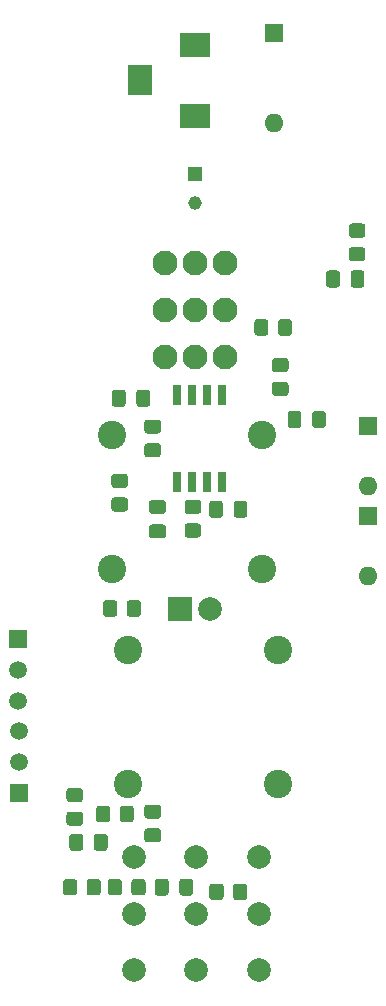
<source format=gbr>
%TF.GenerationSoftware,KiCad,Pcbnew,5.1.10*%
%TF.CreationDate,2021-09-21T18:47:02-07:00*%
%TF.ProjectId,MainBoard,4d61696e-426f-4617-9264-2e6b69636164,rev?*%
%TF.SameCoordinates,Original*%
%TF.FileFunction,Soldermask,Bot*%
%TF.FilePolarity,Negative*%
%FSLAX46Y46*%
G04 Gerber Fmt 4.6, Leading zero omitted, Abs format (unit mm)*
G04 Created by KiCad (PCBNEW 5.1.10) date 2021-09-21 18:47:02*
%MOMM*%
%LPD*%
G01*
G04 APERTURE LIST*
%ADD10R,1.500000X1.500000*%
%ADD11C,1.500000*%
%ADD12O,1.600000X1.600000*%
%ADD13R,1.600000X1.600000*%
%ADD14R,0.650000X1.700000*%
%ADD15C,2.000000*%
%ADD16C,2.100000*%
%ADD17R,2.600000X2.000000*%
%ADD18R,2.000000X2.600000*%
%ADD19C,2.400000*%
%ADD20C,1.150000*%
%ADD21R,1.150000X1.150000*%
%ADD22R,2.000000X2.000000*%
G04 APERTURE END LIST*
D10*
%TO.C,Q1*%
X85000000Y-111800000D03*
D11*
X85000000Y-117000000D03*
X85000000Y-114400000D03*
%TD*%
D10*
%TO.C,Q2*%
X85100000Y-124800000D03*
D11*
X85100000Y-119600000D03*
X85100000Y-122200000D03*
%TD*%
D12*
%TO.C,D2*%
X114600000Y-98800000D03*
D13*
X114600000Y-93720000D03*
%TD*%
D14*
%TO.C,IC1*%
X102305000Y-91150000D03*
X101035000Y-91150000D03*
X99765000Y-91150000D03*
X98495000Y-91150000D03*
X98495000Y-98450000D03*
X99765000Y-98450000D03*
X101035000Y-98450000D03*
X102305000Y-98450000D03*
%TD*%
D15*
%TO.C,SW1*%
X94800000Y-130226400D03*
X94800000Y-139826400D03*
X94800000Y-135026400D03*
X105400000Y-130226400D03*
X105400000Y-139826400D03*
X105400000Y-135026400D03*
X100100000Y-130225800D03*
X100100000Y-135026400D03*
X100100000Y-139827000D03*
%TD*%
D16*
%TO.C,R21*%
X102540000Y-83921600D03*
X100000000Y-83921600D03*
X97460000Y-83921600D03*
%TD*%
%TO.C,R20*%
X102540000Y-79933800D03*
X100000000Y-79933800D03*
X97460000Y-79933800D03*
%TD*%
%TO.C,R19*%
X102540000Y-87909400D03*
X100000000Y-87909400D03*
X97460000Y-87909400D03*
%TD*%
D17*
%TO.C,J3*%
X99999800Y-61465200D03*
X99999800Y-67465200D03*
D18*
X95299800Y-64465200D03*
%TD*%
D19*
%TO.C,J2*%
X105689400Y-105877600D03*
X92989400Y-105877600D03*
X105689400Y-94477600D03*
X92989400Y-94477600D03*
%TD*%
%TO.C,J1*%
X94335600Y-112689400D03*
X107035600Y-112689400D03*
X94335600Y-124089400D03*
X107035600Y-124089400D03*
%TD*%
D20*
%TO.C,C12*%
X100000000Y-74900000D03*
D21*
X100000000Y-72400000D03*
%TD*%
%TO.C,R23*%
G36*
G01*
X94200000Y-109650001D02*
X94200000Y-108749999D01*
G75*
G02*
X94449999Y-108500000I249999J0D01*
G01*
X95150001Y-108500000D01*
G75*
G02*
X95400000Y-108749999I0J-249999D01*
G01*
X95400000Y-109650001D01*
G75*
G02*
X95150001Y-109900000I-249999J0D01*
G01*
X94449999Y-109900000D01*
G75*
G02*
X94200000Y-109650001I0J249999D01*
G01*
G37*
G36*
G01*
X92200000Y-109650001D02*
X92200000Y-108749999D01*
G75*
G02*
X92449999Y-108500000I249999J0D01*
G01*
X93150001Y-108500000D01*
G75*
G02*
X93400000Y-108749999I0J-249999D01*
G01*
X93400000Y-109650001D01*
G75*
G02*
X93150001Y-109900000I-249999J0D01*
G01*
X92449999Y-109900000D01*
G75*
G02*
X92200000Y-109650001I0J249999D01*
G01*
G37*
%TD*%
%TO.C,R22*%
G36*
G01*
X102400000Y-132749999D02*
X102400000Y-133650001D01*
G75*
G02*
X102150001Y-133900000I-249999J0D01*
G01*
X101449999Y-133900000D01*
G75*
G02*
X101200000Y-133650001I0J249999D01*
G01*
X101200000Y-132749999D01*
G75*
G02*
X101449999Y-132500000I249999J0D01*
G01*
X102150001Y-132500000D01*
G75*
G02*
X102400000Y-132749999I0J-249999D01*
G01*
G37*
G36*
G01*
X104400000Y-132749999D02*
X104400000Y-133650001D01*
G75*
G02*
X104150001Y-133900000I-249999J0D01*
G01*
X103449999Y-133900000D01*
G75*
G02*
X103200000Y-133650001I0J249999D01*
G01*
X103200000Y-132749999D01*
G75*
G02*
X103449999Y-132500000I249999J0D01*
G01*
X104150001Y-132500000D01*
G75*
G02*
X104400000Y-132749999I0J-249999D01*
G01*
G37*
%TD*%
%TO.C,R17*%
G36*
G01*
X106749999Y-90000000D02*
X107650001Y-90000000D01*
G75*
G02*
X107900000Y-90249999I0J-249999D01*
G01*
X107900000Y-90950001D01*
G75*
G02*
X107650001Y-91200000I-249999J0D01*
G01*
X106749999Y-91200000D01*
G75*
G02*
X106500000Y-90950001I0J249999D01*
G01*
X106500000Y-90249999D01*
G75*
G02*
X106749999Y-90000000I249999J0D01*
G01*
G37*
G36*
G01*
X106749999Y-88000000D02*
X107650001Y-88000000D01*
G75*
G02*
X107900000Y-88249999I0J-249999D01*
G01*
X107900000Y-88950001D01*
G75*
G02*
X107650001Y-89200000I-249999J0D01*
G01*
X106749999Y-89200000D01*
G75*
G02*
X106500000Y-88950001I0J249999D01*
G01*
X106500000Y-88249999D01*
G75*
G02*
X106749999Y-88000000I249999J0D01*
G01*
G37*
%TD*%
%TO.C,R15*%
G36*
G01*
X90250001Y-125600000D02*
X89349999Y-125600000D01*
G75*
G02*
X89100000Y-125350001I0J249999D01*
G01*
X89100000Y-124649999D01*
G75*
G02*
X89349999Y-124400000I249999J0D01*
G01*
X90250001Y-124400000D01*
G75*
G02*
X90500000Y-124649999I0J-249999D01*
G01*
X90500000Y-125350001D01*
G75*
G02*
X90250001Y-125600000I-249999J0D01*
G01*
G37*
G36*
G01*
X90250001Y-127600000D02*
X89349999Y-127600000D01*
G75*
G02*
X89100000Y-127350001I0J249999D01*
G01*
X89100000Y-126649999D01*
G75*
G02*
X89349999Y-126400000I249999J0D01*
G01*
X90250001Y-126400000D01*
G75*
G02*
X90500000Y-126649999I0J-249999D01*
G01*
X90500000Y-127350001D01*
G75*
G02*
X90250001Y-127600000I-249999J0D01*
G01*
G37*
%TD*%
%TO.C,R14*%
G36*
G01*
X93600000Y-127050001D02*
X93600000Y-126149999D01*
G75*
G02*
X93849999Y-125900000I249999J0D01*
G01*
X94550001Y-125900000D01*
G75*
G02*
X94800000Y-126149999I0J-249999D01*
G01*
X94800000Y-127050001D01*
G75*
G02*
X94550001Y-127300000I-249999J0D01*
G01*
X93849999Y-127300000D01*
G75*
G02*
X93600000Y-127050001I0J249999D01*
G01*
G37*
G36*
G01*
X91600000Y-127050001D02*
X91600000Y-126149999D01*
G75*
G02*
X91849999Y-125900000I249999J0D01*
G01*
X92550001Y-125900000D01*
G75*
G02*
X92800000Y-126149999I0J-249999D01*
G01*
X92800000Y-127050001D01*
G75*
G02*
X92550001Y-127300000I-249999J0D01*
G01*
X91849999Y-127300000D01*
G75*
G02*
X91600000Y-127050001I0J249999D01*
G01*
G37*
%TD*%
%TO.C,R13*%
G36*
G01*
X96850001Y-127000000D02*
X95949999Y-127000000D01*
G75*
G02*
X95700000Y-126750001I0J249999D01*
G01*
X95700000Y-126049999D01*
G75*
G02*
X95949999Y-125800000I249999J0D01*
G01*
X96850001Y-125800000D01*
G75*
G02*
X97100000Y-126049999I0J-249999D01*
G01*
X97100000Y-126750001D01*
G75*
G02*
X96850001Y-127000000I-249999J0D01*
G01*
G37*
G36*
G01*
X96850001Y-129000000D02*
X95949999Y-129000000D01*
G75*
G02*
X95700000Y-128750001I0J249999D01*
G01*
X95700000Y-128049999D01*
G75*
G02*
X95949999Y-127800000I249999J0D01*
G01*
X96850001Y-127800000D01*
G75*
G02*
X97100000Y-128049999I0J-249999D01*
G01*
X97100000Y-128750001D01*
G75*
G02*
X96850001Y-129000000I-249999J0D01*
G01*
G37*
%TD*%
%TO.C,R8*%
G36*
G01*
X95949999Y-95200000D02*
X96850001Y-95200000D01*
G75*
G02*
X97100000Y-95449999I0J-249999D01*
G01*
X97100000Y-96150001D01*
G75*
G02*
X96850001Y-96400000I-249999J0D01*
G01*
X95949999Y-96400000D01*
G75*
G02*
X95700000Y-96150001I0J249999D01*
G01*
X95700000Y-95449999D01*
G75*
G02*
X95949999Y-95200000I249999J0D01*
G01*
G37*
G36*
G01*
X95949999Y-93200000D02*
X96850001Y-93200000D01*
G75*
G02*
X97100000Y-93449999I0J-249999D01*
G01*
X97100000Y-94150001D01*
G75*
G02*
X96850001Y-94400000I-249999J0D01*
G01*
X95949999Y-94400000D01*
G75*
G02*
X95700000Y-94150001I0J249999D01*
G01*
X95700000Y-93449999D01*
G75*
G02*
X95949999Y-93200000I249999J0D01*
G01*
G37*
%TD*%
%TO.C,R7*%
G36*
G01*
X107000000Y-85850001D02*
X107000000Y-84949999D01*
G75*
G02*
X107249999Y-84700000I249999J0D01*
G01*
X107950001Y-84700000D01*
G75*
G02*
X108200000Y-84949999I0J-249999D01*
G01*
X108200000Y-85850001D01*
G75*
G02*
X107950001Y-86100000I-249999J0D01*
G01*
X107249999Y-86100000D01*
G75*
G02*
X107000000Y-85850001I0J249999D01*
G01*
G37*
G36*
G01*
X105000000Y-85850001D02*
X105000000Y-84949999D01*
G75*
G02*
X105249999Y-84700000I249999J0D01*
G01*
X105950001Y-84700000D01*
G75*
G02*
X106200000Y-84949999I0J-249999D01*
G01*
X106200000Y-85850001D01*
G75*
G02*
X105950001Y-86100000I-249999J0D01*
G01*
X105249999Y-86100000D01*
G75*
G02*
X105000000Y-85850001I0J249999D01*
G01*
G37*
%TD*%
%TO.C,R6*%
G36*
G01*
X113249999Y-78600000D02*
X114150001Y-78600000D01*
G75*
G02*
X114400000Y-78849999I0J-249999D01*
G01*
X114400000Y-79550001D01*
G75*
G02*
X114150001Y-79800000I-249999J0D01*
G01*
X113249999Y-79800000D01*
G75*
G02*
X113000000Y-79550001I0J249999D01*
G01*
X113000000Y-78849999D01*
G75*
G02*
X113249999Y-78600000I249999J0D01*
G01*
G37*
G36*
G01*
X113249999Y-76600000D02*
X114150001Y-76600000D01*
G75*
G02*
X114400000Y-76849999I0J-249999D01*
G01*
X114400000Y-77550001D01*
G75*
G02*
X114150001Y-77800000I-249999J0D01*
G01*
X113249999Y-77800000D01*
G75*
G02*
X113000000Y-77550001I0J249999D01*
G01*
X113000000Y-76849999D01*
G75*
G02*
X113249999Y-76600000I249999J0D01*
G01*
G37*
%TD*%
%TO.C,R5*%
G36*
G01*
X100250001Y-101200000D02*
X99349999Y-101200000D01*
G75*
G02*
X99100000Y-100950001I0J249999D01*
G01*
X99100000Y-100249999D01*
G75*
G02*
X99349999Y-100000000I249999J0D01*
G01*
X100250001Y-100000000D01*
G75*
G02*
X100500000Y-100249999I0J-249999D01*
G01*
X100500000Y-100950001D01*
G75*
G02*
X100250001Y-101200000I-249999J0D01*
G01*
G37*
G36*
G01*
X100250001Y-103200000D02*
X99349999Y-103200000D01*
G75*
G02*
X99100000Y-102950001I0J249999D01*
G01*
X99100000Y-102249999D01*
G75*
G02*
X99349999Y-102000000I249999J0D01*
G01*
X100250001Y-102000000D01*
G75*
G02*
X100500000Y-102249999I0J-249999D01*
G01*
X100500000Y-102950001D01*
G75*
G02*
X100250001Y-103200000I-249999J0D01*
G01*
G37*
%TD*%
%TO.C,R3*%
G36*
G01*
X94050001Y-99000000D02*
X93149999Y-99000000D01*
G75*
G02*
X92900000Y-98750001I0J249999D01*
G01*
X92900000Y-98049999D01*
G75*
G02*
X93149999Y-97800000I249999J0D01*
G01*
X94050001Y-97800000D01*
G75*
G02*
X94300000Y-98049999I0J-249999D01*
G01*
X94300000Y-98750001D01*
G75*
G02*
X94050001Y-99000000I-249999J0D01*
G01*
G37*
G36*
G01*
X94050001Y-101000000D02*
X93149999Y-101000000D01*
G75*
G02*
X92900000Y-100750001I0J249999D01*
G01*
X92900000Y-100049999D01*
G75*
G02*
X93149999Y-99800000I249999J0D01*
G01*
X94050001Y-99800000D01*
G75*
G02*
X94300000Y-100049999I0J-249999D01*
G01*
X94300000Y-100750001D01*
G75*
G02*
X94050001Y-101000000I-249999J0D01*
G01*
G37*
%TD*%
%TO.C,R2*%
G36*
G01*
X90800000Y-133250001D02*
X90800000Y-132349999D01*
G75*
G02*
X91049999Y-132100000I249999J0D01*
G01*
X91750001Y-132100000D01*
G75*
G02*
X92000000Y-132349999I0J-249999D01*
G01*
X92000000Y-133250001D01*
G75*
G02*
X91750001Y-133500000I-249999J0D01*
G01*
X91049999Y-133500000D01*
G75*
G02*
X90800000Y-133250001I0J249999D01*
G01*
G37*
G36*
G01*
X88800000Y-133250001D02*
X88800000Y-132349999D01*
G75*
G02*
X89049999Y-132100000I249999J0D01*
G01*
X89750001Y-132100000D01*
G75*
G02*
X90000000Y-132349999I0J-249999D01*
G01*
X90000000Y-133250001D01*
G75*
G02*
X89750001Y-133500000I-249999J0D01*
G01*
X89049999Y-133500000D01*
G75*
G02*
X88800000Y-133250001I0J249999D01*
G01*
G37*
%TD*%
%TO.C,R1*%
G36*
G01*
X94600000Y-133250001D02*
X94600000Y-132349999D01*
G75*
G02*
X94849999Y-132100000I249999J0D01*
G01*
X95550001Y-132100000D01*
G75*
G02*
X95800000Y-132349999I0J-249999D01*
G01*
X95800000Y-133250001D01*
G75*
G02*
X95550001Y-133500000I-249999J0D01*
G01*
X94849999Y-133500000D01*
G75*
G02*
X94600000Y-133250001I0J249999D01*
G01*
G37*
G36*
G01*
X92600000Y-133250001D02*
X92600000Y-132349999D01*
G75*
G02*
X92849999Y-132100000I249999J0D01*
G01*
X93550001Y-132100000D01*
G75*
G02*
X93800000Y-132349999I0J-249999D01*
G01*
X93800000Y-133250001D01*
G75*
G02*
X93550001Y-133500000I-249999J0D01*
G01*
X92849999Y-133500000D01*
G75*
G02*
X92600000Y-133250001I0J249999D01*
G01*
G37*
%TD*%
D12*
%TO.C,D5*%
X106680000Y-68122800D03*
D13*
X106680000Y-60502800D03*
%TD*%
D22*
%TO.C,D4*%
X98730000Y-109283560D03*
D15*
X101270000Y-109283560D03*
%TD*%
D12*
%TO.C,D1*%
X114600000Y-106480000D03*
D13*
X114600000Y-101400000D03*
%TD*%
%TO.C,C11*%
G36*
G01*
X91412500Y-129475000D02*
X91412500Y-128525000D01*
G75*
G02*
X91662500Y-128275000I250000J0D01*
G01*
X92337500Y-128275000D01*
G75*
G02*
X92587500Y-128525000I0J-250000D01*
G01*
X92587500Y-129475000D01*
G75*
G02*
X92337500Y-129725000I-250000J0D01*
G01*
X91662500Y-129725000D01*
G75*
G02*
X91412500Y-129475000I0J250000D01*
G01*
G37*
G36*
G01*
X89337500Y-129475000D02*
X89337500Y-128525000D01*
G75*
G02*
X89587500Y-128275000I250000J0D01*
G01*
X90262500Y-128275000D01*
G75*
G02*
X90512500Y-128525000I0J-250000D01*
G01*
X90512500Y-129475000D01*
G75*
G02*
X90262500Y-129725000I-250000J0D01*
G01*
X89587500Y-129725000D01*
G75*
G02*
X89337500Y-129475000I0J250000D01*
G01*
G37*
%TD*%
%TO.C,C8*%
G36*
G01*
X109887500Y-93675000D02*
X109887500Y-92725000D01*
G75*
G02*
X110137500Y-92475000I250000J0D01*
G01*
X110812500Y-92475000D01*
G75*
G02*
X111062500Y-92725000I0J-250000D01*
G01*
X111062500Y-93675000D01*
G75*
G02*
X110812500Y-93925000I-250000J0D01*
G01*
X110137500Y-93925000D01*
G75*
G02*
X109887500Y-93675000I0J250000D01*
G01*
G37*
G36*
G01*
X107812500Y-93675000D02*
X107812500Y-92725000D01*
G75*
G02*
X108062500Y-92475000I250000J0D01*
G01*
X108737500Y-92475000D01*
G75*
G02*
X108987500Y-92725000I0J-250000D01*
G01*
X108987500Y-93675000D01*
G75*
G02*
X108737500Y-93925000I-250000J0D01*
G01*
X108062500Y-93925000D01*
G75*
G02*
X107812500Y-93675000I0J250000D01*
G01*
G37*
%TD*%
%TO.C,C5*%
G36*
G01*
X94112500Y-90925000D02*
X94112500Y-91875000D01*
G75*
G02*
X93862500Y-92125000I-250000J0D01*
G01*
X93187500Y-92125000D01*
G75*
G02*
X92937500Y-91875000I0J250000D01*
G01*
X92937500Y-90925000D01*
G75*
G02*
X93187500Y-90675000I250000J0D01*
G01*
X93862500Y-90675000D01*
G75*
G02*
X94112500Y-90925000I0J-250000D01*
G01*
G37*
G36*
G01*
X96187500Y-90925000D02*
X96187500Y-91875000D01*
G75*
G02*
X95937500Y-92125000I-250000J0D01*
G01*
X95262500Y-92125000D01*
G75*
G02*
X95012500Y-91875000I0J250000D01*
G01*
X95012500Y-90925000D01*
G75*
G02*
X95262500Y-90675000I250000J0D01*
G01*
X95937500Y-90675000D01*
G75*
G02*
X96187500Y-90925000I0J-250000D01*
G01*
G37*
%TD*%
%TO.C,C4*%
G36*
G01*
X103250000Y-101275000D02*
X103250000Y-100325000D01*
G75*
G02*
X103500000Y-100075000I250000J0D01*
G01*
X104175000Y-100075000D01*
G75*
G02*
X104425000Y-100325000I0J-250000D01*
G01*
X104425000Y-101275000D01*
G75*
G02*
X104175000Y-101525000I-250000J0D01*
G01*
X103500000Y-101525000D01*
G75*
G02*
X103250000Y-101275000I0J250000D01*
G01*
G37*
G36*
G01*
X101175000Y-101275000D02*
X101175000Y-100325000D01*
G75*
G02*
X101425000Y-100075000I250000J0D01*
G01*
X102100000Y-100075000D01*
G75*
G02*
X102350000Y-100325000I0J-250000D01*
G01*
X102350000Y-101275000D01*
G75*
G02*
X102100000Y-101525000I-250000J0D01*
G01*
X101425000Y-101525000D01*
G75*
G02*
X101175000Y-101275000I0J250000D01*
G01*
G37*
%TD*%
%TO.C,C3*%
G36*
G01*
X113150000Y-81775000D02*
X113150000Y-80825000D01*
G75*
G02*
X113400000Y-80575000I250000J0D01*
G01*
X114075000Y-80575000D01*
G75*
G02*
X114325000Y-80825000I0J-250000D01*
G01*
X114325000Y-81775000D01*
G75*
G02*
X114075000Y-82025000I-250000J0D01*
G01*
X113400000Y-82025000D01*
G75*
G02*
X113150000Y-81775000I0J250000D01*
G01*
G37*
G36*
G01*
X111075000Y-81775000D02*
X111075000Y-80825000D01*
G75*
G02*
X111325000Y-80575000I250000J0D01*
G01*
X112000000Y-80575000D01*
G75*
G02*
X112250000Y-80825000I0J-250000D01*
G01*
X112250000Y-81775000D01*
G75*
G02*
X112000000Y-82025000I-250000J0D01*
G01*
X111325000Y-82025000D01*
G75*
G02*
X111075000Y-81775000I0J250000D01*
G01*
G37*
%TD*%
%TO.C,C2*%
G36*
G01*
X97275000Y-101187500D02*
X96325000Y-101187500D01*
G75*
G02*
X96075000Y-100937500I0J250000D01*
G01*
X96075000Y-100262500D01*
G75*
G02*
X96325000Y-100012500I250000J0D01*
G01*
X97275000Y-100012500D01*
G75*
G02*
X97525000Y-100262500I0J-250000D01*
G01*
X97525000Y-100937500D01*
G75*
G02*
X97275000Y-101187500I-250000J0D01*
G01*
G37*
G36*
G01*
X97275000Y-103262500D02*
X96325000Y-103262500D01*
G75*
G02*
X96075000Y-103012500I0J250000D01*
G01*
X96075000Y-102337500D01*
G75*
G02*
X96325000Y-102087500I250000J0D01*
G01*
X97275000Y-102087500D01*
G75*
G02*
X97525000Y-102337500I0J-250000D01*
G01*
X97525000Y-103012500D01*
G75*
G02*
X97275000Y-103262500I-250000J0D01*
G01*
G37*
%TD*%
%TO.C,C1*%
G36*
G01*
X98650000Y-133275000D02*
X98650000Y-132325000D01*
G75*
G02*
X98900000Y-132075000I250000J0D01*
G01*
X99575000Y-132075000D01*
G75*
G02*
X99825000Y-132325000I0J-250000D01*
G01*
X99825000Y-133275000D01*
G75*
G02*
X99575000Y-133525000I-250000J0D01*
G01*
X98900000Y-133525000D01*
G75*
G02*
X98650000Y-133275000I0J250000D01*
G01*
G37*
G36*
G01*
X96575000Y-133275000D02*
X96575000Y-132325000D01*
G75*
G02*
X96825000Y-132075000I250000J0D01*
G01*
X97500000Y-132075000D01*
G75*
G02*
X97750000Y-132325000I0J-250000D01*
G01*
X97750000Y-133275000D01*
G75*
G02*
X97500000Y-133525000I-250000J0D01*
G01*
X96825000Y-133525000D01*
G75*
G02*
X96575000Y-133275000I0J250000D01*
G01*
G37*
%TD*%
M02*

</source>
